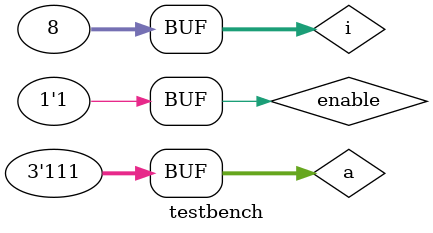
<source format=v>
`timescale 1us/1ns
module testbench ();

	parameter N = 3;
	
	reg [N-1:0] a;
	reg enable;
	wire [2**N-1:0] y;
	
	integer i;
	
	decoder_nbit
	#(.N(N))
	DECODER (
		.a(a),
		.enable(enable),
		.y(y)
		);
	
	initial begin 
		$monitor($time, " a = %b, y = %b", a, y);
		#1;
		for (i = 0; i < 2**N; i = i+1) begin
			#1; a = i; enable = 1;
		end
	end

endmodule

</source>
